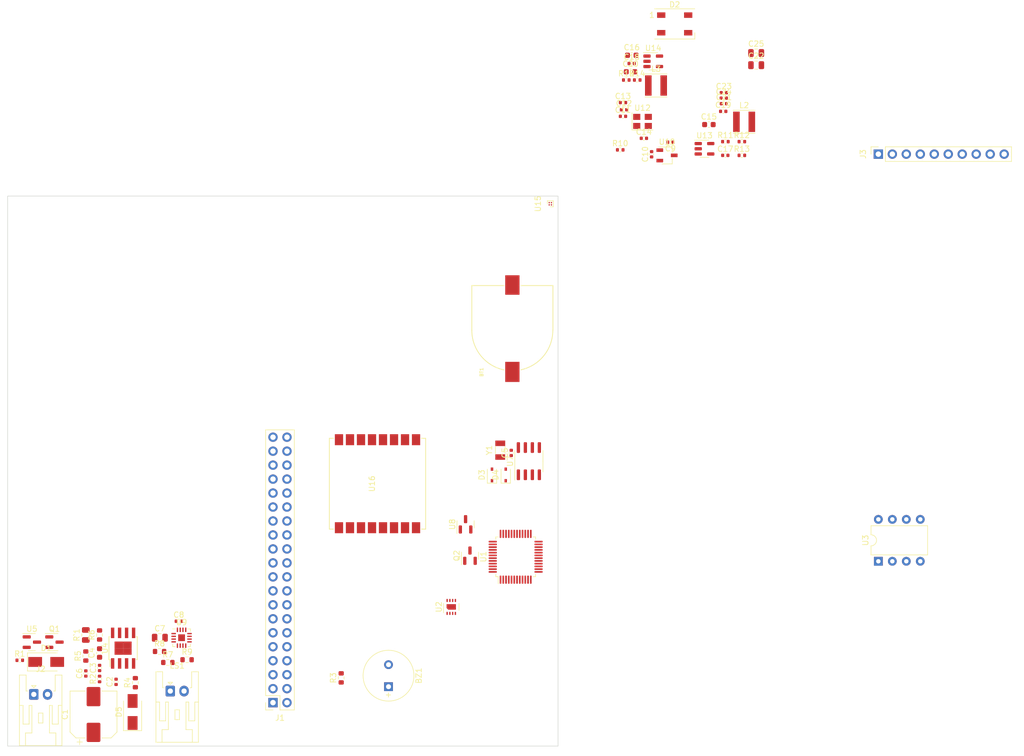
<source format=kicad_pcb>
(kicad_pcb (version 20211014) (generator pcbnew)
  (layers (0 "F.Cu" signal) (31 "B.Cu" signal) (34 "B.Paste" user) (35 "F.Paste" user) (36 "B.SilkS" user "B.Silkscreen") (37 "F.SilkS" user "F.Silkscreen") (38 "B.Mask" user) (39 "F.Mask" user) (44 "Edge.Cuts" user))
  (net 0 "")
  (net 1 "Net-(BZ1-Pad1)")
  (net 2 "GND")
  (net 3 "Net-(C1-Pad1)")
  (net 4 "Net-(C3-Pad1)")
  (net 5 "Net-(C4-Pad1)")
  (net 6 "Net-(C4-Pad2)")
  (net 7 "Net-(C5-Pad1)")
  (net 8 "Net-(C6-Pad1)")
  (net 9 "+5V")
  (net 10 "+3V0")
  (net 11 "+2V8")
  (net 12 "+1V2")
  (net 13 "Net-(C17-Pad2)")
  (net 14 "Net-(C18-Pad2)")
  (net 15 "VCC")
  (net 16 "Net-(D1-Pad2)")
  (net 17 "+3V3")
  (net 19 "LED")
  (net 20 "Net-(BT1-Pad1)")
  (net 21 "Net-(D5-Pad1)")
  (net 54 "Net-(J2-Pad2)")
  (net 55 "/CS")
  (net 56 "/MOSI")
  (net 57 "/MISO")
  (net 58 "/CLK")
  (net 59 "SDA")
  (net 60 "SCL")
  (net 61 "/Enable")
  (net 62 "/VSYNC")
  (net 63 "Net-(L2-Pad1)")
  (net 64 "Net-(L3-Pad1)")
  (net 65 "Net-(LS1-Pad1)")
  (net 66 "Net-(LS1-Pad2)")
  (net 68 "Net-(R2-Pad1)")
  (net 69 "BUZZER")
  (net 70 "Net-(R4-Pad1)")
  (net 71 "Net-(R5-Pad2)")
  (net 72 "Net-(R7-Pad2)")
  (net 73 "Net-(R8-Pad2)")
  (net 74 "Net-(R9-Pad1)")
  (net 75 "Net-(R10-Pad1)")
  (net 76 "Net-(R11-Pad2)")
  (net 133 "Net-(U5-Pad2)")
  (net 134 "Net-(U7-Pad1)")
  (net 135 "Net-(U7-Pad2)")
  (net 136 "~{RTC_INT}")
  (net 138 "I2S_DOUT")
  (net 143 "I2S_LRCLK")
  (net 144 "I2S_BCLK")
  (net 145 "/MASTER_CLK")
  (net 147 "Net-(U16-Pad16)")
  (footprint "Oscillator:Oscillator_SMD_Abracon_ASE-4Pin_3.2x2.5mm" (layer "F.Cu") (at 173.25 43.625)
    (fp_text reference "U12" (at 0 -2.45) (layer "F.SilkS"))
    (fp_text value "3N25000G33YC")
    (pad "1" smd rect (at -1.05 0.825) (size 1.3 1.1) (layers "F.Cu" "F.Paste" "F.Mask") (net 75 "Net-(R10-Pad1)"))
    (pad "2" smd rect (at 1.05 0.825) (size 1.3 1.1) (layers "F.Cu" "F.Paste" "F.Mask") (net 2 "GND"))
    (pad "3" smd rect (at 1.05 -0.825) (size 1.3 1.1) (layers "F.Cu" "F.Paste" "F.Mask") (net 145 "/MASTER_CLK"))
    (pad "4" smd rect (at -1.05 -0.825) (size 1.3 1.1) (layers "F.Cu" "F.Paste" "F.Mask") (net 10 "+3V0"))
  )
  (footprint "Capacitor_SMD:C_0402_1005Metric" (layer "F.Cu") (at 74.6 143 90)
    (fp_text reference "C3" (at 0 -1.16 90) (layer "F.SilkS"))
    (fp_text value "10nF")
    (pad "1" smd roundrect (at -0.48 0 90) (size 0.56 0.62) (layers "F.Cu" "F.Paste" "F.Mask") (net 4 "Net-(C3-Pad1)"))
    (pad "2" smd roundrect (at 0.48 0 90) (size 0.56 0.62) (layers "F.Cu" "F.Paste" "F.Mask") (net 2 "GND"))
  )
  (footprint "Connector_PinSocket_2.54mm:PinSocket_2x20_P2.54mm_Vertical" (layer "F.Cu") (at 106.11 149.3 180)
    (fp_text reference "J1" (at -1.27 -2.77) (layer "F.SilkS"))
    (fp_text value "Raspberry_Pi_2_3")
    (pad "1" thru_hole rect (at 0 0 180) (size 1.7 1.7) (drill 1) (layers *.Cu *.Mask))
    (pad "2" thru_hole oval (at -2.54 0 180) (size 1.7 1.7) (drill 1) (layers *.Cu *.Mask))
    (pad "3" thru_hole oval (at 0 2.54 180) (size 1.7 1.7) (drill 1) (layers *.Cu *.Mask))
    (pad "4" thru_hole oval (at -2.54 2.54 180) (size 1.7 1.7) (drill 1) (layers *.Cu *.Mask))
    (pad "5" thru_hole oval (at 0 5.08 180) (size 1.7 1.7) (drill 1) (layers *.Cu *.Mask))
    (pad "6" thru_hole oval (at -2.54 5.08 180) (size 1.7 1.7) (drill 1) (layers *.Cu *.Mask) (net 2 "GND"))
    (pad "7" thru_hole oval (at 0 7.62 180) (size 1.7 1.7) (drill 1) (layers *.Cu *.Mask))
    (pad "8" thru_hole oval (at -2.54 7.62 180) (size 1.7 1.7) (drill 1) (layers *.Cu *.Mask))
    (pad "9" thru_hole oval (at 0 10.16 180) (size 1.7 1.7) (drill 1) (layers *.Cu *.Mask) (net 2 "GND"))
    (pad "10" thru_hole oval (at -2.54 10.16 180) (size 1.7 1.7) (drill 1) (layers *.Cu *.Mask))
    (pad "11" thru_hole oval (at 0 12.7 180) (size 1.7 1.7) (drill 1) (layers *.Cu *.Mask))
    (pad "12" thru_hole oval (at -2.54 12.7 180) (size 1.7 1.7) (drill 1) (layers *.Cu *.Mask))
    (pad "13" thru_hole oval (at 0 15.24 180) (size 1.7 1.7) (drill 1) (layers *.Cu *.Mask))
    (pad "14" thru_hole oval (at -2.54 15.24 180) (size 1.7 1.7) (drill 1) (layers *.Cu *.Mask) (net 2 "GND"))
    (pad "15" thru_hole oval (at 0 17.78 180) (size 1.7 1.7) (drill 1) (layers *.Cu *.Mask))
    (pad "16" thru_hole oval (at -2.54 17.78 180) (size 1.7 1.7) (drill 1) (layers *.Cu *.Mask))
    (pad "17" thru_hole oval (at 0 20.32 180) (size 1.7 1.7) (drill 1) (layers *.Cu *.Mask))
    (pad "18" thru_hole oval (at -2.54 20.32 180) (size 1.7 1.7) (drill 1) (layers *.Cu *.Mask))
    (pad "19" thru_hole oval (at 0 22.86 180) (size 1.7 1.7) (drill 1) (layers *.Cu *.Mask))
    (pad "20" thru_hole oval (at -2.54 22.86 180) (size 1.7 1.7) (drill 1) (layers *.Cu *.Mask) (net 2 "GND"))
    (pad "21" thru_hole oval (at 0 25.4 180) (size 1.7 1.7) (drill 1) (layers *.Cu *.Mask))
    (pad "22" thru_hole oval (at -2.54 25.4 180) (size 1.7 1.7) (drill 1) (layers *.Cu *.Mask))
    (pad "23" thru_hole oval (at 0 27.94 180) (size 1.7 1.7) (drill 1) (layers *.Cu *.Mask))
    (pad "24" thru_hole oval (at -2.54 27.94 180) (size 1.7 1.7) (drill 1) (layers *.Cu *.Mask))
    (pad "25" thru_hole oval (at 0 30.48 180) (size 1.7 1.7) (drill 1) (layers *.Cu *.Mask) (net 2 "GND"))
    (pad "26" thru_hole oval (at -2.54 30.48 180) (size 1.7 1.7) (drill 1) (layers *.Cu *.Mask))
    (pad "27" thru_hole oval (at 0 33.02 180) (size 1.7 1.7) (drill 1) (layers *.Cu *.Mask))
    (pad "28" thru_hole oval (at -2.54 33.02 180) (size 1.7 1.7) (drill 1) (layers *.Cu *.Mask))
    (pad "29" thru_hole oval (at 0 35.56 180) (size 1.7 1.7) (drill 1) (layers *.Cu *.Mask))
    (pad "30" thru_hole oval (at -2.54 35.56 180) (size 1.7 1.7) (drill 1) (layers *.Cu *.Mask) (net 2 "GND"))
    (pad "31" thru_hole oval (at 0 38.1 180) (size 1.7 1.7) (drill 1) (layers *.Cu *.Mask))
    (pad "32" thru_hole oval (at -2.54 38.1 180) (size 1.7 1.7) (drill 1) (layers *.Cu *.Mask))
    (pad "33" thru_hole oval (at 0 40.64 180) (size 1.7 1.7) (drill 1) (layers *.Cu *.Mask))
    (pad "34" thru_hole oval (at -2.54 40.64 180) (size 1.7 1.7) (drill 1) (layers *.Cu *.Mask) (net 2 "GND"))
    (pad "35" thru_hole oval (at 0 43.18 180) (size 1.7 1.7) (drill 1) (layers *.Cu *.Mask))
    (pad "36" thru_hole oval (at -2.54 43.18 180) (size 1.7 1.7) (drill 1) (layers *.Cu *.Mask))
    (pad "37" thru_hole oval (at 0 45.72 180) (size 1.7 1.7) (drill 1) (layers *.Cu *.Mask))
    (pad "38" thru_hole oval (at -2.54 45.72 180) (size 1.7 1.7) (drill 1) (layers *.Cu *.Mask))
    (pad "39" thru_hole oval (at 0 48.26 180) (size 1.7 1.7) (drill 1) (layers *.Cu *.Mask) (net 2 "GND"))
    (pad "40" thru_hole oval (at -2.54 48.26 180) (size 1.7 1.7) (drill 1) (layers *.Cu *.Mask))
  )
  (footprint "Resistor_SMD:R_0603_1608Metric" (layer "F.Cu") (at 85.5 140)
    (fp_text reference "R8" (at 0 -1.43) (layer "F.SilkS"))
    (fp_text value "560k")
    (pad "1" smd roundrect (at -0.825 0) (size 0.8 0.95) (layers "F.Cu" "F.Paste" "F.Mask") (net 72 "Net-(R7-Pad2)"))
    (pad "2" smd roundrect (at 0.825 0) (size 0.8 0.95) (layers "F.Cu" "F.Paste" "F.Mask") (net 73 "Net-(R8-Pad2)"))
  )
  (footprint "Package_TO_SOT_SMD:SOT-23" (layer "F.Cu") (at 141.1 116.88 90)
    (fp_text reference "U8" (at 0 -2.4 90) (layer "F.SilkS"))
    (fp_text value "XC6206PxxxMR")
    (pad "1" smd roundrect (at -0.9375 -0.95 90) (size 1.475 0.6) (layers "F.Cu" "F.Paste" "F.Mask") (net 2 "GND"))
    (pad "2" smd roundrect (at -0.9375 0.95 90) (size 1.475 0.6) (layers "F.Cu" "F.Paste" "F.Mask") (net 17 "+3V3"))
    (pad "3" smd roundrect (at 0.9375 0 90) (size 1.475 0.6) (layers "F.Cu" "F.Paste" "F.Mask") (net 8 "Net-(C6-Pad1)"))
  )
  (footprint "Capacitor_SMD:C_0402_1005Metric" (layer "F.Cu") (at 178.32 47.4 180)
    (fp_text reference "C9" (at 0 -1.16) (layer "F.SilkS"))
    (fp_text value "4.7uF")
    (pad "1" smd roundrect (at -0.48 0 180) (size 0.56 0.62) (layers "F.Cu" "F.Paste" "F.Mask") (net 10 "+3V0"))
    (pad "2" smd roundrect (at 0.48 0 180) (size 0.56 0.62) (layers "F.Cu" "F.Paste" "F.Mask") (net 2 "GND"))
  )
  (footprint "Package_TO_SOT_SMD:TSOT-23-5" (layer "F.Cu") (at 184.51 48.6)
    (fp_text reference "U13" (at 0 -2.4) (layer "F.SilkS"))
    (fp_text value "TD6810")
    (pad "1" smd roundrect (at -1.1375 -0.95) (size 1.325 0.6) (layers "F.Cu" "F.Paste" "F.Mask") (net 61 "/Enable"))
    (pad "2" smd roundrect (at -1.1375 0) (size 1.325 0.6) (layers "F.Cu" "F.Paste" "F.Mask") (net 2 "GND"))
    (pad "3" smd roundrect (at -1.1375 0.95) (size 1.325 0.6) (layers "F.Cu" "F.Paste" "F.Mask") (net 63 "Net-(L2-Pad1)"))
    (pad "4" smd roundrect (at 1.1375 0.95) (size 1.325 0.6) (layers "F.Cu" "F.Paste" "F.Mask") (net 9 "+5V"))
    (pad "5" smd roundrect (at 1.1375 -0.95) (size 1.325 0.6) (layers "F.Cu" "F.Paste" "F.Mask") (net 13 "Net-(C17-Pad2)"))
  )
  (footprint "Capacitor_SMD:C_0402_1005Metric" (layer "F.Cu") (at 72.1 144 90)
    (fp_text reference "C6" (at 0 -1.16 90) (layer "F.SilkS"))
    (fp_text value "1uF")
    (pad "1" smd roundrect (at -0.48 0 90) (size 0.56 0.62) (layers "F.Cu" "F.Paste" "F.Mask") (net 8 "Net-(C6-Pad1)"))
    (pad "2" smd roundrect (at 0.48 0 90) (size 0.56 0.62) (layers "F.Cu" "F.Paste" "F.Mask") (net 2 "GND"))
  )
  (footprint "Package_BGA:WLP-4_0.86x0.86mm_P0.4mm" (layer "F.Cu") (at 156.5 58.6 90)
    (fp_text reference "U15" (at 0 -2.25 90) (layer "F.SilkS"))
    (fp_text value "MMC5633NJL")
    (pad "A1" smd circle (at -0.2 -0.2 90) (size 0.25 0.25) (layers "F.Cu" "F.Paste" "F.Mask") (net 2 "GND"))
    (pad "A2" smd circle (at 0.2 -0.2 90) (size 0.25 0.25) (layers "F.Cu" "F.Paste" "F.Mask") (net 60 "SCL"))
    (pad "B1" smd circle (at -0.2 0.2 90) (size 0.25 0.25) (layers "F.Cu" "F.Paste" "F.Mask") (net 17 "+3V3"))
    (pad "B2" smd circle (at 0.2 0.2 90) (size 0.25 0.25) (layers "F.Cu" "F.Paste" "F.Mask") (net 59 "SDA"))
  )
  (footprint "Capacitor_SMD:C_0402_1005Metric" (layer "F.Cu") (at 77.6 145.52 90)
    (fp_text reference "C2" (at 0 -1.16 90) (layer "F.SilkS"))
    (fp_text value "1uF")
    (pad "1" smd roundrect (at -0.48 0 90) (size 0.56 0.62) (layers "F.Cu" "F.Paste" "F.Mask") (net 3 "Net-(C1-Pad1)"))
    (pad "2" smd roundrect (at 0.48 0 90) (size 0.56 0.62) (layers "F.Cu" "F.Paste" "F.Mask") (net 2 "GND"))
  )
  (footprint "Package_TO_SOT_SMD:TSOT-23" (layer "F.Cu") (at 177.7 49.8)
    (fp_text reference "U10" (at 0 -2.45) (layer "F.SilkS"))
    (fp_text value "ME6216A28XG")
    (pad "1" smd rect (at -1.31 -0.95) (size 1.22 0.65) (layers "F.Cu" "F.Paste" "F.Mask") (net 2 "GND"))
    (pad "2" smd rect (at -1.31 0.95) (size 1.22 0.65) (layers "F.Cu" "F.Paste" "F.Mask") (net 11 "+2V8"))
    (pad "3" smd rect (at 1.31 0) (size 1.22 0.65) (layers "F.Cu" "F.Paste" "F.Mask") (net 10 "+3V0"))
  )
  (footprint "Inductor_SMD:L_Taiyo-Yuden_NR-40xx" (layer "F.Cu") (at 191.71 43.7)
    (fp_text reference "L2" (at 0 -3) (layer "F.SilkS"))
    (fp_text value "4.7uH")
    (pad "1" smd rect (at -1.4 0) (size 1.2 3.7) (layers "F.Cu" "F.Paste" "F.Mask") (net 63 "Net-(L2-Pad1)"))
    (pad "2" smd rect (at 1.4 0) (size 1.2 3.7) (layers "F.Cu" "F.Paste" "F.Mask") (net 10 "+3V0"))
  )
  (footprint "Connector_PinSocket_2.54mm:PinSocket_1x10_P2.54mm_Vertical" (layer "F.Cu") (at 216.1 49.575 90)
    (fp_text reference "J3" (at 0 -2.77 90) (layer "F.SilkS"))
    (fp_text value "Conn_01x10")
    (pad "1" thru_hole rect (at 0 0 90) (size 1.7 1.7) (drill 1) (layers *.Cu *.Mask) (net 55 "/CS"))
    (pad "2" thru_hole oval (at 0 2.54 90) (size 1.7 1.7) (drill 1) (layers *.Cu *.Mask) (net 56 "/MOSI"))
    (pad "3" thru_hole oval (at 0 5.08 90) (size 1.7 1.7) (drill 1) (layers *.Cu *.Mask) (net 57 "/MISO"))
    (pad "4" thru_hole oval (at 0 7.62 90) (size 1.7 1.7) (drill 1) (layers *.Cu *.Mask) (net 58 "/CLK"))
    (pad "5" thru_hole oval (at 0 10.16 90) (size 1.7 1.7) (drill 1) (layers *.Cu *.Mask) (net 2 "GND"))
    (pad "6" thru_hole oval (at 0 12.7 90) (size 1.7 1.7) (drill 1) (layers *.Cu *.Mask) (net 15 "VCC"))
    (pad "7" thru_hole oval (at 0 15.24 90) (size 1.7 1.7) (drill 1) (layers *.Cu *.Mask) (net 59 "SDA"))
    (pad "8" thru_hole oval (at 0 17.78 90) (size 1.7 1.7) (drill 1) (layers *.Cu *.Mask) (net 60 "SCL"))
    (pad "9" thru_hole oval (at 0 20.32 90) (size 1.7 1.7) (drill 1) (layers *.Cu *.Mask) (net 61 "/Enable"))
    (pad "10" thru_hole oval (at 0 22.86 90) (size 1.7 1.7) (drill 1) (layers *.Cu *.Mask) (net 62 "/VSYNC"))
  )
  (footprint "Capacitor_SMD:C_0402_1005Metric" (layer "F.Cu") (at 188.03 38.4)
    (fp_text reference "C23" (at 0 -1.16) (layer "F.SilkS"))
    (fp_text value "4.7uF")
    (pad "1" smd roundrect (at -0.48 0) (size 0.56 0.62) (layers "F.Cu" "F.Paste" "F.Mask") (net 10 "+3V0"))
    (pad "2" smd roundrect (at 0.48 0) (size 0.56 0.62) (layers "F.Cu" "F.Paste" "F.Mask") (net 2 "GND"))
  )
  (footprint "Package_QFP:LQFP-48_7x7mm_P0.5mm" (layer "F.Cu") (at 150.2 122.78 90)
    (fp_text reference "U1" (at 0 -5.85 90) (layer "F.SilkS"))
    (fp_text value "STM32F030C8Tx")
    (pad "1" smd roundrect (at -4.1625 -2.75 90) (size 1.475 0.3) (layers "F.Cu" "F.Paste" "F.Mask"))
    (pad "2" smd roundrect (at -4.1625 -2.25 90) (size 1.475 0.3) (layers "F.Cu" "F.Paste" "F.Mask"))
    (pad "3" smd roundrect (at -4.1625 -1.75 90) (size 1.475 0.3) (layers "F.Cu" "F.Paste" "F.Mask"))
    (pad "4" smd roundrect (at -4.1625 -1.25 90) (size 1.475 0.3) (layers "F.Cu" "F.Paste" "F.Mask"))
    (pad "5" smd roundrect (at -4.1625 -0.75 90) (size 1.475 0.3) (layers "F.Cu" "F.Paste" "F.Mask"))
    (pad "6" smd roundrect (at -4.1625 -0.25 90) (size 1.475 0.3) (layers "F.Cu" "F.Paste" "F.Mask"))
    (pad "7" smd roundrect (at -4.1625 0.25 90) (size 1.475 0.3) (layers "F.Cu" "F.Paste" "F.Mask"))
    (pad "8" smd roundrect (at -4.1625 0.75 90) (size 1.475 0.3) (layers "F.Cu" "F.Paste" "F.Mask"))
    (pad "9" smd roundrect (at -4.1625 1.25 90) (size 1.475 0.3) (layers "F.Cu" "F.Paste" "F.Mask"))
    (pad "10" smd roundrect (at -4.1625 1.75 90) (size 1.475 0.3) (layers "F.Cu" "F.Paste" "F.Mask"))
    (pad "11" smd roundrect (at -4.1625 2.25 90) (size 1.475 0.3) (layers "F.Cu" "F.Paste" "F.Mask"))
    (pad "12" smd roundrect (at -4.1625 2.75 90) (size 1.475 0.3) (layers "F.Cu" "F.Paste" "F.Mask"))
    (pad "13" smd roundrect (at -2.75 4.1625 90) (size 0.3 1.475) (layers "F.Cu" "F.Paste" "F.Mask"))
    (pad "14" smd roundrect (at -2.25 4.1625 90) (size 0.3 1.475) (layers "F.Cu" "F.Paste" "F.Mask"))
    (pad "15" smd roundrect (at -1.75 4.1625 90) (size 0.3 1.475) (layers "F.Cu" "F.Paste" "F.Mask"))
    (pad "16" smd roundrect (at -1.25 4.1625 90) (size 0.3 1.475) (layers "F.Cu" "F.Paste" "F.Mask"))
    (pad "17" smd roundrect (at -0.75 4.1625 90) (size 0.3 1.475) (layers "F.Cu" "F.Paste" "F.Mask"))
    (pad "18" smd roundrect (at -0.25 4.1625 90) (size 0.3 1.475) (layers "F.Cu" "F.Paste" "F.Mask"))
    (pad "19" smd roundrect (at 0.25 4.1625 90) (size 0.3 1.475) (layers "F.Cu" "F.Paste" "F.Mask"))
    (pad "20" smd roundrect (at 0.75 4.1625 90) (size 0.3 1.475) (layers "F.Cu" "F.Paste" "F.Mask"))
    (pad "21" smd roundrect (at 1.25 4.1625 90) (size 0.3 1.475) (layers "F.Cu" "F.Paste" "F.Mask"))
    (pad "22" smd roundrect (at 1.75 4.1625 90) (size 0.3 1.475) (layers "F.Cu" "F.Paste" "F.Mask"))
    (pad "23" smd roundrect (at 2.25 4.1625 90) (size 0.3 1.475) (layers "F.Cu" "F.Paste" "F.Mask"))
    (pad "24" smd roundrect (at 2.75 4.1625 90) (size 0.3 1.475) (layers "F.Cu" "F.Paste" "F.Mask"))
    (pad "25" smd roundrect (at 4.1625 2.75 90) (size 1.475 0.3) (layers "F.Cu" "F.Paste" "F.Mask"))
    (pad "26" smd roundrect (at 4.1625 2.25 90) (size 1.475 0.3) (layers "F.Cu" "F.Paste" "F.Mask"))
    (pad "27" smd roundrect (at 4.1625 1.75 90) (size 1.475 0.3) (layers "F.Cu" "F.Paste" "F.Mask"))
    (pad "28" smd roundrect (at 4.1625 1.25 90) (size 1.475 0.3) (layers "F.Cu" "F.Paste" "F.Mask"))
    (pad "29" smd roundrect (at 4.1625 0.75 90) (size 1.475 0.3) (layers "F.Cu" "F.Paste" "F.Mask"))
    (pad "30" smd roundrect (at 4.1625 0.25 90) (size 1.475 0.3) (layers "F.Cu" "F.Paste" "F.Mask"))
    (pad "31" smd roundrect (at 4.1625 -0.25 90) (size 1.475 0.3) (layers "F.Cu" "F.Paste" "F.Mask"))
    (pad "32" smd roundrect (at 4.1625 -0.75 90) (size 1.475 0.3) (layers "F.Cu" "F.Paste" "F.Mask"))
    (pad "33" smd roundrect (at 4.1625 -1.25 90) (size 1.475 0.3) (layers "F.Cu" "F.Paste" "F.Mask"))
    (pad "34" smd roundrect (at 4.1625 -1.75 90) (size 1.475 0.3) (layers "F.Cu" "F.Paste" "F.Mask"))
    (pad "35" smd roundrect (at 4.1625 -2.25 90) (size 1.475 0.3) (layers "F.Cu" "F.Paste" "F.Mask"))
    (pad "36" smd roundrect (at 4.1625 -2.75 90) (size 1.475 0.3) (layers "F.Cu" "F.Paste" "F.Mask"))
    (pad "37" smd roundrect (at 2.75 -4.1625 90) (size 0.3 1.475) (layers "F.Cu" "F.Paste" "F.Mask"))
    (pad "38" smd roundrect (at 2.25 -4.1625 90) (size 0.3 1.475) (layers "F.Cu" "F.Paste" "F.Mask"))
    (pad "39" smd roundrect (at 1.75 -4.1625 90) (size 0.3 1.475) (layers "F.Cu" "F.Paste" "F.Mask"))
    (pad "40" smd roundrect (at 1.25 -4.1625 90) (size 0.3 1.475) (layers "F.Cu" "F.Paste" "F.Mask"))
    (pad "41" smd roundrect (at 0.75 -4.1625 90) (size 0.3 1.475) (layers "F.Cu" "F.Paste" "F.Mask"))
    (pad "42" smd roundrect (at 0.25 -4.1625 90) (size 0.3 1.475) (layers "F.Cu" "F.Paste" "F.Mask"))
    (pad "43" smd roundrect (at -0.25 -4.1625 90) (size 0.3 1.475) (layers "F.Cu" "F.Paste" "F.Mask"))
    (pad "44" smd roundrect (at -0.75 -4.1625 90) (size 0.3 1.475) (layers "F.Cu" "F.Paste" "F.Mask"))
    (pad "45" smd roundrect (at -1.25 -4.1625 90) (size 0.3 1.475) (layers "F.Cu" "F.Paste" "F.Mask"))
    (pad "46" smd roundrect (at -1.75 -4.1625 90) (size 0.3 1.475) (layers "F.Cu" "F.Paste" "F.Mask"))
    (pad "47" smd roundrect (at -2.25 -4.1625 90) (size 0.3 1.475) (layers "F.Cu" "F.Paste" "F.Mask"))
    (pad "48" smd roundrect (at -2.75 -4.1625 90) (size 0.3 1.475) (layers "F.Cu" "F.Paste" "F.Mask"))
  )
  (footprint "Capacitor_SMD:C_0603_1608Metric" (layer "F.Cu") (at 74.6 140.275 90)
    (fp_text reference "C4" (at 0 -1.43 90) (layer "F.SilkS"))
    (fp_text value "100nF")
    (pad "1" smd roundrect (at -0.775 0 90) (size 0.9 0.95) (layers "F.Cu" "F.Paste" "F.Mask") (net 5 "Net-(C4-Pad1)"))
    (pad "2" smd roundrect (at 0.775 0 90) (size 0.9 0.95) (layers "F.Cu" "F.Paste" "F.Mask") (net 6 "Net-(C4-Pad2)"))
  )
  (footprint "Package_SO:TI_SO-PowerPAD-8" (layer "F.Cu") (at 78.875 139.3975 90)
    (fp_text reference "U4" (at 0 -3.3 90) (layer "F.SilkS"))
    (fp_text value "LMR16030S")
    (pad "1" smd rect (at -2.78 -1.905 90) (size 1.91 0.61) (layers "F.Cu" "F.Paste" "F.Mask") (net 5 "Net-(C4-Pad1)"))
    (pad "2" smd rect (at -2.78 -0.635 90) (size 1.91 0.61) (layers "F.Cu" "F.Paste" "F.Mask") (net 3 "Net-(C1-Pad1)"))
    (pad "3" smd rect (at -2.78 0.635 90) (size 1.91 0.61) (layers "F.Cu" "F.Paste" "F.Mask") (net 3 "Net-(C1-Pad1)"))
    (pad "4" smd rect (at -2.78 1.905 90) (size 1.91 0.61) (layers "F.Cu" "F.Paste" "F.Mask") (net 68 "Net-(R2-Pad1)"))
    (pad "5" smd rect (at 2.78 1.905 90) (size 1.91 0.61) (layers "F.Cu" "F.Paste" "F.Mask") (net 70 "Net-(R4-Pad1)"))
    (pad "6" smd rect (at 2.78 0.635 90) (size 1.91 0.61) (layers "F.Cu" "F.Paste" "F.Mask") (net 4 "Net-(C3-Pad1)"))
    (pad "7" smd rect (at 2.78 -0.635 90) (size 1.91 0.61) (layers "F.Cu" "F.Paste" "F.Mask") (net 2 "GND"))
    (pad "8" smd rect (at 2.78 -1.905 90) (size 1.91 0.61) (layers "F.Cu" "F.Paste" "F.Mask") (net 21 "Net-(D5-Pad1)"))
    (pad "9" smd rect (at -0.6025 0.775 90) (size 1.205 1.55) (layers "F.Cu" "F.Paste" "F.Mask") (net 2 "GND"))
    (pad "9" smd rect (at 0.6025 -0.775 90) (size 1.205 1.55) (layers "F.Cu" "F.Paste" "F.Mask") (net 2 "GND"))
    (pad "9" smd rect (at -0.6025 -0.775 90) (size 1.205 1.55) (layers "F.Cu" "F.Paste" "F.Mask") (net 2 "GND"))
    (pad "9" smd rect (at 0.6025 0.775 90) (size 1.205 1.55) (layers "F.Cu" "F.Paste" "F.Mask") (net 2 "GND"))
  )
  (footprint "Connector_JST:JST_XA_S02B-XASK-1_1x02_P2.50mm_Horizontal" (layer "F.Cu") (at 62.65 147.8)
    (fp_text reference "J2" (at 1.25 -4.6) (layer "F.SilkS"))
    (fp_text value "Conn_01x02")
    (pad "" np_thru_hole oval (at 1.25 6.5) (size 2.8 2) (drill oval 2.8 2) (layers *.Cu *.Mask))
    (pad "1" thru_hole roundrect (at 0 0) (size 1.7 1.95) (drill 0.95) (layers *.Cu *.Mask) (roundrect_rratio 0.1470588235) (net 2 "GND"))
    (pad "2" thru_hole oval (at 2.5 0) (size 1.7 1.95) (drill 0.95) (layers *.Cu *.Mask) (net 54 "Net-(J2-Pad2)"))
  )
  (footprint "Resistor_SMD:R_0603_1608Metric" (layer "F.Cu") (at 81.1 145.675 90)
    (fp_text reference "R4" (at 0 -1.43 90) (layer "F.SilkS"))
    (fp_text value "100k")
    (pad "1" smd roundrect (at -0.825 0 90) (size 0.8 0.95) (layers "F.Cu" "F.Paste" "F.Mask") (net 70 "Net-(R4-Pad1)"))
    (pad "2" smd roundrect (at 0.825 0 90) (size 0.8 0.95) (layers "F.Cu" "F.Paste" "F.Mask") (net 2 "GND"))
  )
  (footprint "Capacitor_SMD:CP_Elec_8x10" (layer "F.Cu") (at 73.5 151.4575 90)
    (fp_text reference "C1" (at 0 -5.2 90) (layer "F.SilkS"))
    (fp_text value "220uF")
    (pad "1" smd roundrect (at -3.25 0 90) (size 3.5 2.5) (layers "F.Cu" "F.Paste" "F.Mask") (roundrect_rratio 0.1) (net 3 "Net-(C1-Pad1)"))
    (pad "2" smd roundrect (at 3.25 0 90) (size 3.5 2.5) (layers "F.Cu" "F.Paste" "F.Mask") (roundrect_rratio 0.1) (net 2 "GND"))
  )
  (footprint "Package_TO_SOT_SMD:SOT-23" (layer "F.Cu") (at 62.3 138.3)
    (fp_text reference "U5" (at 0 -2.4) (layer "F.SilkS"))
    (fp_text value "XC6206PxxxMR")
    (pad "1" smd roundrect (at -0.9375 -0.95) (size 1.475 0.6) (layers "F.Cu" "F.Paste" "F.Mask") (net 2 "GND"))
    (pad "2" smd roundrect (at -0.9375 0.95) (size 1.475 0.6) (layers "F.Cu" "F.Paste" "F.Mask") (net 133 "Net-(U5-Pad2)"))
    (pad "3" smd roundrect (at 0.9375 0) (size 1.475 0.6) (layers "F.Cu" "F.Paste" "F.Mask") (net 9 "+5V"))
  )
  (footprint "Capacitor_SMD:C_0402_1005Metric" (layer "F.Cu") (at 169.88 41.5)
    (fp_text reference "C12" (at 0 -1.16) (layer "F.SilkS"))
    (fp_text value "100nF")
    (pad "1" smd roundrect (at -0.48 0) (size 0.56 0.62) (layers "F.Cu" "F.Paste" "F.Mask") (net 10 "+3V0"))
    (pad "2" smd roundrect (at 0.48 0) (size 0.56 0.62) (layers "F.Cu" "F.Paste" "F.Mask") (net 2 "GND"))
  )
  (footprint "Resistor_SMD:R_0402_1005Metric" (layer "F.Cu") (at 188.31 47.3)
    (fp_text reference "R11" (at 0 -1.17) (layer "F.SilkS"))
    (fp_text value "330K")
    (pad "1" smd roundrect (at -0.51 0) (size 0.54 0.64) (layers "F.Cu" "F.Paste" "F.Mask") (net 10 "+3V0"))
    (pad "2" smd roundrect (at 0.51 0) (size 0.54 0.64) (layers "F.Cu" "F.Paste" "F.Mask") (net 76 "Net-(R11-Pad2)"))
  )
  (footprint "Buzzer_Beeper:MagneticBuzzer_PUI_AT-0927-TT-6-R" (layer "F.Cu") (at 127.1 146.4 90)
    (fp_text reference "BZ1" (at 2 5.5 90) (layer "F.SilkS"))
    (fp_text value "Buzzer")
    (fp_text user "+" (at -1.5 -0.1 90) (layer "F.SilkS"))
    (pad "1" thru_hole rect (at 0 0 90) (size 1.6 1.6) (drill 0.9) (layers *.Cu *.Mask) (net 1 "Net-(BZ1-Pad1)"))
    (pad "2" thru_hole circle (at 4 0 90) (size 1.6 1.6) (drill 0.9) (layers *.Cu *.Mask) (net 2 "GND"))
  )
  (footprint "Package_TO_SOT_SMD:TSOT-23-5" (layer "F.Cu") (at 175.2 32.7)
    (fp_text reference "U14" (at 0 -2.4) (layer "F.SilkS"))
    (fp_text value "TD6810")
    (pad "1" smd roundrect (at -1.1375 -0.95) (size 1.325 0.6) (layers "F.Cu" "F.Paste" "F.Mask") (net 61 "/Enable"))
    (pad "2" smd roundrect (at -1.1375 0) (size 1.325 0.6) (layers "F.Cu" "F.Paste" "F.Mask") (net 2 "GND"))
    (pad "3" smd roundrect (at -1.1375 0.95) (size 1.325 0.6) (layers "F.Cu" "F.Paste" "F.Mask") (net 64 "Net-(L3-Pad1)"))
    (pad "4" smd roundrect (at 1.1375 0.95) (size 1.325 0.6) (layers "F.Cu" "F.Paste" "F.Mask") (net 9 "+5V"))
    (pad "5" smd roundrect (at 1.1375 -0.95) (size 1.325 0.6) (layers "F.Cu" "F.Paste" "F.Mask") (net 14 "Net-(C18-Pad2)"))
  )
  (footprint "Package_DFN_QFN:TQFN-16-1EP_3x3mm_P0.5mm_EP1.23x1.23mm" (layer "F.Cu") (at 89.5 137.5)
    (fp_text reference "U9" (at 0 -2.8) (layer "F.SilkS"))
    (fp_text value "MAX98357")
    (pad "1" smd roundrect (at -1.4375 -0.75) (size 0.825 0.25) (layers "F.Cu" "F.Paste" "F.Mask") (net 138 "I2S_DOUT"))
    (pad "2" smd roundrect (at -1.4375 -0.25) (size 0.825 0.25) (layers "F.Cu" "F.Paste" "F.Mask") (net 74 "Net-(R9-Pad1)"))
    (pad "3" smd roundrect (at -1.4375 0.25) (size 0.825 0.25) (layers "F.Cu" "F.Paste" "F.Mask") (net 2 "GND"))
    (pad "4" smd roundrect (at -1.4375 0.75) (size 0.825 0.25) (layers "F.Cu" "F.Paste" "F.Mask") (net 73 "Net-(R8-Pad2)"))
    (pad "5" smd roundrect (at -0.75 1.4375) (size 0.25 0.825) (layers "F.Cu" "F.Paste" "F.Mask"))
    (pad "6" smd roundrect (at -0.25 1.4375) (size 0.25 0.825) (layers "F.Cu" "F.Paste" "F.Mask"))
    (pad "7" smd roundrect (at 0.25 1.4375) (size 0.25 0.825) (layers "F.Cu" "F.Paste" "F.Mask") (net 9 "+5V"))
    (pad "8" smd roundrect (at 0.75 1.4375) (size 0.25 0.825) (layers "F.Cu" "F.Paste" "F.Mask") (net 9 "+5V"))
    (pad "9" smd roundrect (at 1.4375 0.75) (size 0.825 0.25) (layers "F.Cu" "F.Paste" "F.Mask") (net 66 "Net-(LS1-Pad2)"))
    (pad "10" smd roundrect (at 1.4375 0.25) (size 0.825 0.25) (layers "F.Cu" "F.Paste" "F.Mask") (net 65 "Net-(LS1-Pad1)"))
    (pad "11" smd roundrect (at 1.4375 -0.25) (size 0.825 0.25) (layers "F.Cu" "F.Paste" "F.Mask") (net 2 "GND"))
    (pad "12" smd roundrect (at 1.4375 -0.75) (size 0.825 0.25) (layers "F.Cu" "F.Paste" "F.Mask"))
    (pad "13" smd roundrect (at 0.75 -1.4375) (size 0.25 0.825) (layers "F.Cu" "F.Paste" "F.Mask"))
    (pad "14" smd roundrect (at 0.25 -1.4375) (size 0.25 0.825) (layers "F.Cu" "F.Paste" "F.Mask") (net 143 "I2S_LRCLK"))
    (pad "15" smd roundrect (at -0.25 -1.4375) (size 0.25 0.825) (layers "F.Cu" "F.Paste" "F.Mask") (net 2 "GND"))
    (pad "16" smd roundrect (at -0.75 -1.4375) (size 0.25 0.825) (layers "F.Cu" "F.Paste" "F.Mask") (net 144 "I2S_BCLK"))
    (pad "17" smd rect (at 0 0) (size 1.23 1.23) (layers "F.Cu" "F.Mask") (net 2 "GND"))
  )
  (footprint "Resistor_SMD:R_0402_1005Metric" (layer "F.Cu") (at 172.29 36.1)
    (fp_text reference "R14" (at 0 -1.17) (layer "F.SilkS"))
    (fp_text value "100K")
    (pad "1" smd roundrect (at -0.51 0) (size 0.54 0.64) (layers "F.Cu" "F.Paste" "F.Mask") (net 14 "Net-(C18-Pad2)"))
    (pad "2" smd roundrect (at 0.51 0) (size 0.54 0.64) (layers "F.Cu" "F.Paste" "F.Mask") (net 12 "+1V2"))
  )
  (footprint "Package_SO:SOIC-8_3.9x4.9mm_P1.27mm" (layer "F.Cu") (at 152.6 105.4 90)
    (fp_text reference "U7" (at 0 -3.4 90) (layer "F.SilkS"))
    (fp_text value "PCF8563T")
    (pad "1" smd roundrect (at -2.475 -1.905 90) (size 1.95 0.6) (layers "F.Cu" "F.Paste" "F.Mask") (net 134 "Net-(U7-Pad1)"))
    (pad "2" smd roundrect (at -2.475 -0.635 90) (size 1.95 0.6) (layers "F.Cu" "F.Paste" "F.Mask") (net 135 "Net-(U7-Pad2)"))
    (pad "3" smd roundrect (at -2.475 0.635 90) (size 1.95 0.6) (layers "F.Cu" "F.Paste" "F.Mask") (net 136 "~{RTC_INT}"))
    (pad "4" smd roundrect (at -2.475 1.905 90) (size 1.95 0.6) (layers "F.Cu" "F.Paste" "F.Mask") (net 2 "GND"))
    (pad "5" smd roundrect (at 2.475 1.905 90) (size 1.95 0.6) (layers "F.Cu" "F.Paste" "F.Mask") (net 59 "SDA"))
    (pad "6" smd roundrect (at 2.475 0.635 90) (size 1.95 0.6) (layers "F.Cu" "F.Paste" "F.Mask") (net 60 "SCL"))
    (pad "7" smd roundrect (at 2.475 -0.635 90) (size 1.95 0.6) (layers "F.Cu" "F.Paste" "F.Mask"))
    (pad "8" smd roundrect (at 2.475 -1.905 90) (size 1.95 0.6) (layers "F.Cu" "F.Paste" "F.Mask") (net 7 "Net-(C5-Pad1)"))
  )
  (footprint "Diode_SMD:D_SMA" (layer "F.Cu") (at 80.6 151 90)
    (fp_text reference "D5" (at 0 -2.5 90) (layer "F.SilkS"))
    (fp_text value "D_Shockley")
    (pad "1" smd rect (at -2 0 90) (size 2.5 1.8) (layers "F.Cu" "F.Paste" "F.Mask") (net 21 "Net-(D5-Pad1)"))
    (pad "2" smd rect (at 2 0 90) (size 2.5 1.8) (layers "F.Cu" "F.Paste" "F.Mask") (net 2 "GND"))
  )
  (footprint "Capacitor_SMD:C_0603_1608Metric" (layer "F.Cu") (at 171.3 31.6)
    (fp_text reference "C16" (at 0 -1.43) (layer "F.SilkS"))
    (fp_text value "10uF")
    (pad "1" smd roundrect (at -0.775 0) (size 0.9 0.95) (layers "F.Cu" "F.Paste" "F.Mask") (net 9 "+5V"))
    (pad "2" smd roundrect (at 0.775 0) (size 0.9 0.95) (layers "F.Cu" "F.Paste" "F.Mask") (net 2 "GND"))
  )
  (footprint "Resistor_SMD:R_0603_1608Metric" (layer "F.Cu") (at 74.6 137 90)
    (fp_text reference "R6" (at 0 -1.43 90) (layer "F.SilkS"))
    (fp_text value "560k")
    (pad "1" smd roundrect (at -0.825 0 90) (size 0.8 0.95) (layers "F.Cu" "F.Paste" "F.Mask") (net 71 "Net-(R5-Pad2)"))
    (pad "2" smd roundrect (at 0.825 0 90) (size 0.8 0.95) (layers "F.Cu" "F.Paste" "F.Mask") (net 8 "Net-(C6-Pad1)"))
  )
  (footprint "Inductor_SMD:L_Taiyo-Yuden_NR-40xx" (layer "F.Cu") (at 175.7 37.1)
    (fp_text reference "L3" (at 0 -3) (layer "F.SilkS"))
    (fp_text value "4.7uH")
    (pad "1" smd rect (at -1.4 0) (size 1.2 3.7) (layers "F.Cu" "F.Paste" "F.Mask") (net 64 "Net-(L3-Pad1)"))
    (pad "2" smd rect (at 1.4 0) (size 1.2 3.7) (layers "F.Cu" "F.Paste" "F.Mask") (net 12 "+1V2"))
  )
  (footprint "Package_TO_SOT_SMD:SOT-23" (layer "F.Cu") (at 66.4 138.3)
    (fp_text reference "Q1" (at 0 -2.4) (layer "F.SilkS"))
    (fp_text value "Q_PMOS_GSD")
    (pad "1" smd roundrect (at -0.9375 -0.95) (size 1.475 0.6) (layers "F.Cu" "F.Paste" "F.Mask") (net 16 "Net-(D1-Pad2)"))
    (pad "2" smd roundrect (at -0.9375 0.95) (size 1.475 0.6) (layers "F.Cu" "F.Paste" "F.Mask") (net 15 "VCC"))
    (pad "3" smd roundrect (at 0.9375 0) (size 1.475 0.6) (layers "F.Cu" "F.Paste" "F.Mask") (net 54 "Net-(J2-Pad2)"))
  )
  (footprint "Resistor_SMD:R_0603_1608Metric" (layer "F.Cu") (at 87 142)
    (fp_text reference "R7" (at 0 -1.43) (layer "F.SilkS"))
    (fp_text value "68k")
    (pad "1" smd roundrect (at -0.825 0) (size 0.8 0.95) (layers "F.Cu" "F.Paste" "F.Mask") (net 9 "+5V"))
    (pad "2" smd roundrect (at 0.825 0) (size 0.8 0.95) (layers "F.Cu" "F.Paste" "F.Mask") (net 72 "Net-(R7-Pad2)"))
  )
  (footprint "Resistor_SMD:R_0402_1005Metric" (layer "F.Cu") (at 74.6 145 90)
    (fp_text reference "R2" (at 0 -1.17 90) (layer "F.SilkS"))
    (fp_text value "47K")
    (pad "1" smd roundrect (at -0.51 0 90) (size 0.54 0.64) (layers "F.Cu" "F.Paste" "F.Mask") (net 68 "Net-(R2-Pad1)"))
    (pad "2" smd roundrect (at 0.51 0 90) (size 0.54 0.64) (layers "F.Cu" "F.Paste" "F.Mask") (net 2 "GND"))
  )
  (footprint "Resistor_SMD:R_0402_1005Metric" (layer "F.Cu") (at 191.3 49.8)
    (fp_text reference "R13" (at 0 -1.17) (layer "F.SilkS"))
    (fp_text value "100K")
    (pad "1" smd roundrect (at -0.51 0) (size 0.54 0.64) (layers "F.Cu" "F.Paste" "F.Mask") (net 13 "Net-(C17-Pad2)"))
    (pad "2" smd roundrect (at 0.51 0) (size 0.54 0.64) (layers "F.Cu" "F.Paste" "F.Mask") (net 2 "GND"))
  )
  (footprint "Package_TO_SOT_SMD:SOT-23" (layer "F.Cu") (at 141.9 122.58 90)
    (fp_text reference "Q2" (at 0 -2.4 90) (layer "F.SilkS"))
    (fp_text value "Q_PMOS_GSD")
    (pad "1" smd roundrect (at -0.9375 -0.95 90) (size 1.475 0.6) (layers "F.Cu" "F.Paste" "F.Mask"))
    (pad "2" smd roundrect (at -0.9375 0.95 90) (size 1.475 0.6) (layers "F.Cu" "F.Paste" "F.Mask") (net 9 "+5V"))
    (pad "3" smd roundrect (at 0.9375 0 90) (size 1.475 0.6) (layers "F.Cu" "F.Paste" "F.Mask") (net 8 "Net-(C6-Pad1)"))
  )
  (footprint "Diode_SMD:D_SMA" (layer "F.Cu") (at 64.9 141.9)
    (fp_text reference "D1" (at 0 -2.5) (layer "F.SilkS"))
    (fp_text value "D_Zener")
    (pad "1" smd rect (at -2 0) (size 2.5 1.8) (layers "F.Cu" "F.Paste" "F.Mask") (net 15 "VCC"))
    (pad "2" smd rect (at 2 0) (size 2.5 1.8) (layers "F.Cu" "F.Paste" "F.Mask") (net 16 "Net-(D1-Pad2)"))
  )
  (footprint "Package_DIP:DIP-8_W7.62mm" (layer "F.Cu") (at 216.1 123.6 90)
    (fp_text reference "U3" (at 3.81 -2.33 90) (layer "F.SilkS"))
    (fp_text value "ATtiny85-20P")
    (pad "1" thru_hole rect (at 0 0 90) (size 1.6 1.6) (drill 0.8) (layers *.Cu *.Mask))
    (pad "2" thru_hole oval (at 0 2.54 90) (size 1.6 1.6) (drill 0.8) (layers *.Cu *.Mask))
    (pad "3" thru_hole oval (at 0 5.08 90) (size 1.6 1.6) (drill 0.8) (layers *.Cu *.Mask))
    (pad "4" thru_hole oval (at 0 7.62 90) (size 1.6 1.6) (drill 0.8) (layers *.Cu *.Mask) (net 2 "GND"))
    (pad "5" thru_hole oval (at 7.62 7.62 90) (size 1.6 1.6) (drill 0.8) (layers *.Cu *.Mask))
    (pad "6" thru_hole oval (at 7.62 5.08 90) (size 1.6 1.6) (drill 0.8) (layers *.Cu *.Mask))
    (pad "7" thru_hole oval (at 7.62 2.54 90) (size 1.6 1.6) (drill 0.8) (layers *.Cu *.Mask))
    (pad "8" thru_hole oval (at 7.62 0 90) (size 1.6 1.6) (drill 0.8) (layers *.Cu *.Mask) (net 17 "+3V3"))
  )
  (footprint "Capacitor_SMD:C_0805_2012Metric" (layer "F.Cu") (at 85.55 137.5)
    (fp_text reference "C7" (at 0 -1.68) (layer "F.SilkS"))
    (fp_text value "22uF")
    (pad "1" smd roundrect (at -0.95 0) (size 1 1.45) (layers "F.Cu" "F.Paste" "F.Mask") (net 9 "+5V"))
    (pad "2" smd roundrect (at 0.95 0) (size 1 1.45) (layers "F.Cu" "F.Paste" "F.Mask") (net 2 "GND"))
  )
  (footprint "Resistor_SMD:R_0402_1005Metric" (layer "F.Cu") (at 191.3 47.3)
    (fp_text reference "R12" (at 0 -1.17) (layer "F.SilkS"))
    (fp_text value "68K")
    (pad "1" smd roundrect (at -0.51 0) (size 0.54 0.64) (layers "F.Cu" "F.Paste" "F.Mask") (net 13 "Net-(C17-Pad2)"))
    (pad "2" smd roundrect (at 0.51 0) (size 0.54 0.64) (layers "F.Cu" "F.Paste" "F.Mask") (net 76 "Net-(R11-Pad2)"))
  )
  (footprint "Capacitor_SMD:C_0402_1005Metric" (layer "F.Cu") (at 188.03 40.4)
    (fp_text reference "C21" (at 0 -1.16) (layer "F.SilkS"))
    (fp_text value "4.7uF")
    (pad "1" smd roundrect (at -0.48 0) (size 0.56 0.62) (layers "F.Cu" "F.Paste" "F.Mask") (net 10 "+3V0"))
    (pad "2" smd roundrect (at 0.48 0) (size 0.56 0.62) (layers "F.Cu" "F.Paste" "F.Mask") (net 2 "GND"))
  )
  (footprint "Capacitor_SMD:C_0805_2012Metric" (layer "F.Cu") (at 193.9 33.4)
    (fp_text reference "C22" (at 0 -1.68) (layer "F.SilkS"))
    (fp_text value "22uF")
    (pad "1" smd roundrect (at -0.95 0) (size 1 1.45) (layers "F.Cu" "F.Paste" "F.Mask") (net 15 "VCC"))
    (pad "2" smd roundrect (at 0.95 0) (size 1 1.45) (layers "F.Cu" "F.Paste" "F.Mask") (net 2 "GND"))
  )
  (footprint "Diode_SMD:D_SOD-323" (layer "F.Cu") (at 145.9 107.9 90)
    (fp_text reference "D3" (at 0 -1.85 90) (layer "F.SilkS"))
    (fp_text value "D_Shockley")
    (pad "1" smd rect (at -1.05 0 90) (size 0.6 0.45) (layers "F.Cu" "F.Paste" "F.Mask") (net 7 "Net-(C5-Pad1)"))
    (pad "2" smd rect (at 1.05 0 90) (size 0.6 0.45) (layers "F.Cu" "F.Paste" "F.Mask") (net 17 "+3V3"))
  )
  (footprint "Diode_SMD:D_SOD-323" (layer "F.Cu") (at 148.4 107.9 90)
    (fp_text reference "D4" (at 0 -1.85 90) (layer "F.SilkS"))
    (fp_text value "D_Shockley")
    (pad "1" smd rect (at -1.05 0 90) (size 0.6 0.45) (layers "F.Cu" "F.Paste" "F.Mask") (net 7 "Net-(C5-Pad1)"))
    (pad "2" smd rect (at 1.05 0 90) (size 0.6 0.45) (layers "F.Cu" "F.Paste" "F.Mask") (net 20 "Net-(BT1-Pad1)"))
  )
  (footprint "Capacitor_SMD:C_0603_1608Metric" (layer "F.Cu") (at 171.075 34.6)
    (fp_text reference "C20" (at 0 -1.43) (layer "F.SilkS"))
    (fp_text value "10uF")
    (pad "1" smd roundrect (at -0.775 0) (size 0.9 0.95) (layers "F.Cu" "F.Paste" "F.Mask") (net 12 "+1V2"))
    (pad "2" smd roundrect (at 0.775 0) (size 0.9 0.95) (layers "F.Cu" "F.Paste" "F.Mask") (net 2 "GND"))
  )
  (footprint "Crystal:Crystal_SMD_3215-2Pin_3.2x1.5mm" (layer "F.Cu") (at 147.4 103.4 90)
    (fp_text reference "Y1" (at 0 -2 90) (layer "F.SilkS"))
    (fp_text value "Crystal")
    (pad "1" smd rect (at 1.25 0 90) (size 1 1.8) (layers "F.Cu" "F.Paste" "F.Mask") (net 135 "Net-(U7-Pad2)"))
    (pad "2" smd rect (at -1.25 0 90) (size 1 1.8) (layers "F.Cu" "F.Paste" "F.Mask") (net 134 "Net-(U7-Pad1)"))
  )
  (footprint "Capacitor_SMD:C_0402_1005Metric" (layer "F.Cu") (at 188.29 49.8)
    (fp_text reference "C17" (at 0 -1.16) (layer "F.SilkS"))
    (fp_text value "22pF")
    (pad "1" smd roundrect (at -0.48 0) (size 0.56 0.62) (layers "F.Cu" "F.Paste" "F.Mask") (net 10 "+3V0"))
    (pad "2" smd roundrect (at 0.48 0) (size 0.56 0.62) (layers "F.Cu" "F.Paste" "F.Mask") (net 13 "Net-(C17-Pad2)"))
  )
  (footprint "Capacitor_SMD:C_0402_1005Metric" (layer "F.Cu") (at 89 134.5)
    (fp_text reference "C8" (at 0 -1.16) (layer "F.SilkS"))
    (fp_text value "100nF")
    (pad "1" smd roundrect (at -0.48 0) (size 0.56 0.62) (layers "F.Cu" "F.Paste" "F.Mask") (net 9 "+5V"))
    (pad "2" smd roundrect (at 0.48 0) (size 0.56 0.62) (layers "F.Cu" "F.Paste" "F.Mask") (net 2 "GND"))
  )
  (footprint "Resistor_SMD:R_0402_1005Metric" (layer "F.Cu") (at 169.2 48.8)
    (fp_text reference "R10" (at 0 -1.17) (layer "F.SilkS"))
    (fp_text value "10K")
    (pad "1" smd roundrect (at -0.51 0) (size 0.54 0.64) (layers "F.Cu" "F.Paste" "F.Mask") (net 75 "Net-(R10-Pad1)"))
    (pad "2" smd roundrect (at 0.51 0) (size 0.54 0.64) (layers "F.Cu" "F.Paste" "F.Mask") (net 10 "+3V0"))
  )
  (footprint "Resistor_SMD:R_0603_1608Metric" (layer "F.Cu") (at 72.1 140.825 90)
    (fp_text reference "R5" (at 0 -1.43 90) (layer "F.SilkS"))
    (fp_text value "6.8k")
    (pad "1" smd roundrect (at -0.825 0 90) (size 0.8 0.95) (layers "F.Cu" "F.Paste" "F.Mask") (net 70 "Net-(R4-Pad1)"))
    (pad "2" smd roundrect (at 0.825 0 90) (size 0.8 0.95) (layers "F.Cu" "F.Paste" "F.Mask") (net 71 "Net-(R5-Pad2)"))
  )
  (footprint "LED_SMD:LED_WS2812B_PLCC4_5.0x5.0mm_P3.2mm" (layer "F.Cu") (at 179.1 25.9)
    (fp_text reference "D2" (at 0 -3.5) (layer "F.SilkS"))
    (fp_text value "WS2812B")
    (fp_text user "1" (at -4.15 -1.6) (layer "F.SilkS"))
    (pad "1" smd rect (at -2.45 -1.6) (size 1.5 1) (layers "F.Cu" "F.Paste" "F.Mask") (net 17 "+3V3"))
    (pad "2" smd rect (at -2.45 1.6) (size 1.5 1) (layers "F.Cu" "F.Paste" "F.Mask"))
    (pad "3" smd rect (at 2.45 1.6) (size 1.5 1) (layers "F.Cu" "F.Paste" "F.Mask") (net 2 "GND"))
    (pad "4" smd rect (at 2.45 -1.6) (size 1.5 1) (layers "F.Cu" "F.Paste" "F.Mask") (net 19 "LED"))
  )
  (footprint "Connector_JST:JST_XA_S02B-XASK-1_1x02_P2.50mm_Horizontal" (layer "F.Cu") (at 87.45 147.2)
    (fp_text reference "LS1" (at 1.25 -4.6) (layer "F.SilkS"))
    (fp_text value "Speaker")
    (pad "" np_thru_hole oval (at 1.25 6.5) (size 2.8 2) (drill oval 2.8 2) (layers *.Cu *.Mask))
    (pad "1" thru_hole roundrect (at 0 0) (size 1.7 1.95) (drill 0.95) (layers *.Cu *.Mask) (roundrect_rratio 0.1470588235) (net 65 "Net-(LS1-Pad1)"))
    (pad "2" thru_hole oval (at 2.5 0) (size 1.7 1.95) (drill 0.95) (layers *.Cu *.Mask) (net 66 "Net-(LS1-Pad2)"))
  )
  (footprint "Capacitor_SMD:C_0402_1005Metric" (layer "F.Cu") (at 188.01 39.4)
    (fp_text reference "C24" (at 0 -1.16) (layer "F.SilkS"))
    (fp_text value "4.7uF")
    (pad "1" smd roundrect (at -0.48 0) (size 0.56 0.62) (layers "F.Cu" "F.Paste" "F.Mask") (net 10 "+3V0"))
    (pad "2" smd roundrect (at 0.48 0) (size 0.56 0.62) (layers "F.Cu" "F.Paste" "F.Mask") (net 2 "GND"))
  )
  (footprint "Capacitor_SMD:C_0402_1005Metric" (layer "F.Cu") (at 173.5 46.7)
    (fp_text reference "C14" (at 0 -1.16) (layer "F.SilkS"))
    (fp_text value "100nF")
    (pad "1" smd roundrect (at -0.48 0) (size 0.56 0.62) (layers "F.Cu" "F.Paste" "F.Mask") (net 10 "+3V0"))
    (pad "2" smd roundrect (at 0.48 0) (size 0.56 0.62) (layers "F.Cu" "F.Paste" "F.Mask") (net 2 "GND"))
  )
  (footprint "Capacitor_SMD:C_0805_2012Metric" (layer "F.Cu") (at 193.9 31.2)
    (fp_text reference "C25" (at 0 -1.68) (layer "F.SilkS"))
    (fp_text value "22uF")
    (pad "1" smd roundrect (at -0.95 0) (size 1 1.45) (layers "F.Cu" "F.Paste" "F.Mask") (net 15 "VCC"))
    (pad "2" smd roundrect (at 0.95 0) (size 1 1.45) (layers "F.Cu" "F.Paste" "F.Mask") (net 2 "GND"))
  )
  (footprint "Resistor_SMD:R_0402_1005Metric" (layer "F.Cu") (at 60.1 141.6)
    (fp_text reference "R1" (at 0 -1.17) (layer "F.SilkS"))
    (fp_text value "100K")
    (pad "1" smd roundrect (at -0.51 0) (size 0.54 0.64) (layers "F.Cu" "F.Paste" "F.Mask") (net 16 "Net-(D1-Pad2)"))
    (pad "2" smd roundrect (at 0.51 0) (size 0.54 0.64) (layers "F.Cu" "F.Paste" "F.Mask") (net 2 "GND"))
  )
  (footprint "cacophony-footprints:CR1220" (layer "F.Cu") (at 149.6 81.6 90)
    (fp_text reference "BT1" (at -7.62 -5.588 90) (layer "F.SilkS") (effects (font (size 0.6 0.6) (thickness 0.125))))
    (fp_text value "Battery_Cell")
    (pad "" np_thru_hole circle (at -3.5 0 90) (size 1 1) (drill 1) (layers *.Cu *.Mask))
    (pad "" np_thru_hole circle (at 4 0 90) (size 1.3 1.3) (drill 1.3) (layers *.Cu *.Mask))
    (pad "1" smd rect (at 8.23 0 90) (size 3.54 2.6) (layers "F.Cu" "F.Paste" "F.Mask") (net 20 "Net-(BT1-Pad1)"))
    (pad "2" smd rect (at -7.57 0 90) (size 3.66 2.6) (layers "F.Cu" "F.Paste" "F.Mask") (net 2 "GND"))
  )
  (footprint "Capacitor_SMD:C_0402_1005Metric" (layer "F.Cu") (at 171.28 33.1)
    (fp_text reference "C18" (at 0 -1.16) (layer "F.SilkS"))
    (fp_text value "22pF")
    (pad "1" smd roundrect (at -0.48 0) (size 0.56 0.62) (layers "F.Cu" "F.Paste" "F.Mask") (net 12 "+1V2"))
    (pad "2" smd roundrect (at 0.48 0) (size 0.56 0.62) (layers "F.Cu" "F.Paste" "F.Mask") (net 14 "Net-(C18-Pad2)"))
  )
  (footprint "Resistor_SMD:R_0402_1005Metric" (layer "F.Cu") (at 170.3 36.1)
    (fp_text reference "R15" (at 0 -1.17) (layer "F.SilkS"))
    (fp_text value "100K")
    (pad "1" smd roundrect (at -0.51 0) (size 0.54 0.64) (layers "F.Cu" "F.Paste" "F.Mask") (net 14 "Net-(C18-Pad2)"))
    (pad "2" smd roundrect (at 0.51 0) (size 0.54 0.64) (layers "F.Cu" "F.Paste" "F.Mask") (net 2 "GND"))
  )
  (footprint "Capacitor_SMD:C_0603_1608Metric" (layer "F.Cu") (at 185.31 44.2)
    (fp_text reference "C15" (at 0 -1.43) (layer "F.SilkS"))
    (fp_text value "10uF")
    (pad "1" smd roundrect (at -0.775 0) (size 0.9 0.95) (layers "F.Cu" "F.Paste" "F.Mask") (net 9 "+5V"))
    (pad "2" smd roundrect (at 0.775 0) (size 0.9 0.95) (layers "F.Cu" "F.Paste" "F.Mask") (net 2 "GND"))
  )
  (footprint "RF_Module:Ai-Thinker-Ra-01-LoRa" (layer "F.Cu") (at 125.1 109.5 90)
    (fp_text reference "U16" (at 0 -1 90) (layer "F.SilkS"))
    (fp_text value "Ai-Thinker-Ra-01")
    (pad "1" smd rect (at -8 -7 90) (size 2 1.5) (layers "F.Cu" "F.Paste" "F.Mask"))
    (pad "2" smd rect (at -8 -5 90) (size 2 1.5) (layers "F.Cu" "F.Paste" "F.Mask") (net 147 "Net-(U16-Pad16)"))
    (pad "3" smd rect (at -8 -3 90) (size 2 1.5) (layers "F.Cu" "F.Paste" "F.Mask"))
    (pad "4" smd rect (at -8 -1 90) (size 2 1.5) (layers "F.Cu" "F.Paste" "F.Mask"))
    (pad "5" smd rect (at -8 1 90) (size 2 1.5) (layers "F.Cu" "F.Paste" "F.Mask"))
    (pad "6" smd rect (at -8 3 90) (size 2 1.5) (layers "F.Cu" "F.Paste" "F.Mask"))
    (pad "7" smd rect (at -8 5 90) (size 2 1.5) (layers "F.Cu" "F.Paste" "F.Mask"))
    (pad "8" smd rect (at -8 7 90) (size 2 1.5) (layers "F.Cu" "F.Paste" "F.Mask"))
    (pad "9" smd rect (at 8 7 90) (size 2 1.5) (layers "F.Cu" "F.Paste" "F.Mask") (net 147 "Net-(U16-Pad16)"))
    (pad "10" smd rect (at 8 5 90) (size 2 1.5) (layers "F.Cu" "F.Paste" "F.Mask"))
    (pad "11" smd rect (at 8 3 90) (size 2 1.5) (layers "F.Cu" "F.Paste" "F.Mask"))
    (pad "12" smd rect (at 8 1 90) (size 2 1.5) (layers "F.Cu" "F.Paste" "F.Mask"))
    (pad "13" smd rect (at 8 -1 90) (size 2 1.5) (layers "F.Cu" "F.Paste" "F.Mask"))
    (pad "14" smd rect (at 8 -3 90) (size 2 1.5) (layers "F.Cu" "F.Paste" "F.Mask"))
    (pad "15" smd rect (at 8 -5 90) (size 2 1.5) (layers "F.Cu" "F.Paste" "F.Mask"))
    (pad "16" smd rect (at 8 -7 90) (size 2 1.5) (layers "F.Cu" "F.Paste" "F.Mask") (net 147 "Net-(U16-Pad16)"))
  )
  (footprint "Capacitor_SMD:C_0402_1005Metric" (layer "F.Cu") (at 174.9 49.6 90)
    (fp_text reference "C10" (at 0 -1.16 90) (layer "F.SilkS"))
    (fp_text value "4.7uF")
    (pad "1" smd roundrect (at -0.48 0 90) (size 0.56 0.62) (layers "F.Cu" "F.Paste" "F.Mask") (net 11 "+2V8"))
    (pad "2" smd roundrect (at 0.48 0 90) (size 0.56 0.62) (layers "F.Cu" "F.Paste" "F.Mask") (net 2 "GND"))
  )
  (footprint "Sensor_Humidity:Sensirion_DFN-8-1EP_2.5x2.5mm_P0.5mm_EP1.1x1.7mm" (layer "F.Cu") (at 138.5 131.9 90)
    (fp_text reference "U2" (at 0 -2.25 90) (layer "F.SilkS"))
    (fp_text value "SHT30-DIS")
    (pad "1" smd rect (at -1.175 -0.75 90) (size 0.55 0.25) (layers "F.Cu" "F.Paste" "F.Mask") (net 59 "SDA"))
    (pad "2" smd rect (at -1.175 -0.25 90) (size 0.55 0.25) (layers "F.Cu" "F.Paste" "F.Mask") (net 2 "GND"))
    (pad "3" smd rect (at -1.175 0.25 90) (size 0.55 0.25) (layers "F.Cu" "F.Paste" "F.Mask"))
    (pad "4" smd rect (at -1.175 0.75 270) (size 0.55 0.25) (layers "F.Cu" "F.Paste" "F.Mask") (net 60 "SCL"))
    (pad "5" smd rect (at 1.175 0.75 90) (size 0.55 0.25) (layers "F.Cu" "F.Paste" "F.Mask") (net 17 "+3V3"))
    (pad "6" smd rect (at 1.175 0.25 90) (size 0.55 0.25) (layers "F.Cu" "F.Paste" "F.Mask"))
    (pad "7" smd rect (at 1.175 -0.25 90) (size 0.55 0.25) (layers "F.Cu" "F.Paste" "F.Mask") (net 2 "GND"))
    (pad "8" smd rect (at 1.175 -0.75 90) (size 0.55 0.25) (layers "F.Cu" "F.Paste" "F.Mask") (net 2 "GND"))
    (pad "9" smd custom (at 0 0 90) (size 1 1) (layers "F.Cu" "F.Mask") (net 2 "GND") (options (clearance outline) (anchor circle)) (primitives (gr_poly (pts (xy 0.5 0.85) (xy -0.5 0.85) (xy -0.5 -0.55) (xy -0.2 -0.85) (xy 0.5 -0.85)) (width 0) (fill yes))))
  )
  (footprint "Capacitor_SMD:C_0402_1005Metric" (layer "F.Cu") (at 187.91 41.8)
    (fp_text reference "C19" (at 0 -1.16) (layer "F.SilkS"))
    (fp_text value "4.7uF")
    (pad "1" smd roundrect (at -0.48 0) (size 0.56 0.62) (layers "F.Cu" "F.Paste" "F.Mask") (net 10 "+3V0"))
    (pad "2" smd roundrect (at 0.48 0) (size 0.56 0.62) (layers "F.Cu" "F.Paste" "F.Mask") (net 2 "GND"))
  )
  (footprint "Capacitor_SMD:C_0402_1005Metric" (layer "F.Cu") (at 169.7 42.7)
    (fp_text reference "C11" (at 0 -1.16) (layer "F.SilkS"))
    (fp_text value "100nF")
    (pad "1" smd roundrect (at -0.48 0) (size 0.56 0.62) (layers "F.Cu" "F.Paste" "F.Mask") (net 12 "+1V2"))
    (pad "2" smd roundrect (at 0.48 0) (size 0.56 0.62) (layers "F.Cu" "F.Paste" "F.Mask") (net 2 "GND"))
  )
  (footprint "Capacitor_SMD:C_0402_1005Metric" (layer "F.Cu") (at 149.4 103.9 90)
    (fp_text reference "C5" (at 0 -1.16 90) (layer "F.SilkS"))
    (fp_text value "1uF")
    (pad "1" smd roundrect (at -0.48 0 90) (size 0.56 0.62) (layers "F.Cu" "F.Paste" "F.Mask") (net 7 "Net-(C5-Pad1)"))
    (pad "2" smd roundrect (at 0.48 0 90) (size 0.56 0.62) (layers "F.Cu" "F.Paste" "F.Mask") (net 2 "GND"))
  )
  (footprint "Resistor_SMD:R_0805_2012Metric" (layer "F.Cu") (at 72.1 137 90)
    (fp_text reference "R`1" (at 0 -1.65 90) (layer "F.SilkS"))
    (fp_text value "3.3R")
    (pad "1" smd roundrect (at -0.9125 0 90) (size 1.025 1.4) (layers "F.Cu" "F.Paste" "F.Mask") (roundrect_rratio 0.243902439) (net 21 "Net-(D5-Pad1)"))
    (pad "2" smd roundrect (at 0.9125 0 90) (size 1.025 1.4) (layers "F.Cu" "F.Paste" "F.Mask") (roundrect_rratio 0.243902439) (net 6 "Net-(C4-Pad2)"))
  )
  (footprint "Resistor_SMD:R_0603_1608Metric" (layer "F.Cu") (at 118.5 144.8 90)
    (fp_text reference "R3" (at 0 -1.43 90) (layer "F.SilkS"))
    (fp_text value "180R")
    (pad "1" smd roundrect (at -0.825 0 90) (size 0.8 0.95) (layers "F.Cu" "F.Paste" "F.Mask") (net 69 "BUZZER"))
    (pad "2" smd roundrect (at 0.825 0 90) (size 0.8 0.95) (layers "F.Cu" "F.Paste" "F.Mask") (net 1 "Net-(BZ1-Pad1)"))
  )
  (footprint "Capacitor_SMD:C_0402_1005Metric" (layer "F.Cu") (at 169.7 40.2)
    (fp_text reference "C13" (at 0 -1.16) (layer "F.SilkS"))
    (fp_text value "100nF")
    (pad "1" smd roundrect (at -0.48 0) (size 0.56 0.62) (layers "F.Cu" "F.Paste" "F.Mask") (net 11 "+2V8"))
    (pad "2" smd roundrect (at 0.48 0) (size 0.56 0.62) (layers "F.Cu" "F.Paste" "F.Mask") (net 2 "GND"))
  )
  (footprint "Resistor_SMD:R_0603_1608Metric" (layer "F.Cu") (at 90.5 141.5)
    (fp_text reference "R9" (at 0 -1.43) (layer "F.SilkS"))
    (fp_text value "100k")
    (pad "1" smd roundrect (at -0.825 0) (size 0.8 0.95) (layers "F.Cu" "F.Paste" "F.Mask") (net 74 "Net-(R9-Pad1)"))
    (pad "2" smd roundrect (at 0.825 0) (size 0.8 0.95) (layers "F.Cu" "F.Paste" "F.Mask") (net 2 "GND"))
  )
  (gr_rect (start 57.9 157.2) (end 157.9 57.2) (layer "Edge.Cuts") (width 0.1) (fill none))
)
</source>
